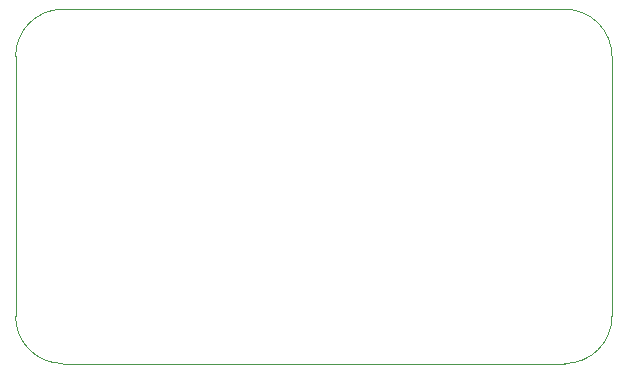
<source format=gbr>
%TF.GenerationSoftware,KiCad,Pcbnew,9.0.4*%
%TF.CreationDate,2025-09-28T14:02:47+03:00*%
%TF.ProjectId,Project_MP2494,50726f6a-6563-4745-9f4d-50323439342e,1.0*%
%TF.SameCoordinates,Original*%
%TF.FileFunction,Profile,NP*%
%FSLAX46Y46*%
G04 Gerber Fmt 4.6, Leading zero omitted, Abs format (unit mm)*
G04 Created by KiCad (PCBNEW 9.0.4) date 2025-09-28 14:02:47*
%MOMM*%
%LPD*%
G01*
G04 APERTURE LIST*
%TA.AperFunction,Profile*%
%ADD10C,0.100000*%
%TD*%
G04 APERTURE END LIST*
D10*
X164500000Y-120500000D02*
G75*
G02*
X160500000Y-124500000I-4000000J0D01*
G01*
X114000000Y-98500000D02*
G75*
G02*
X118000000Y-94500000I4000000J0D01*
G01*
X114000000Y-98500000D02*
X114000000Y-120500000D01*
X160500000Y-94500000D02*
X118000000Y-94500000D01*
X118000000Y-124500000D02*
G75*
G02*
X114000000Y-120500000I0J4000000D01*
G01*
X118000000Y-124500000D02*
X160500000Y-124500000D01*
X164500000Y-120500000D02*
X164500000Y-98500000D01*
X160500000Y-94500000D02*
G75*
G02*
X164500000Y-98500000I0J-4000000D01*
G01*
M02*

</source>
